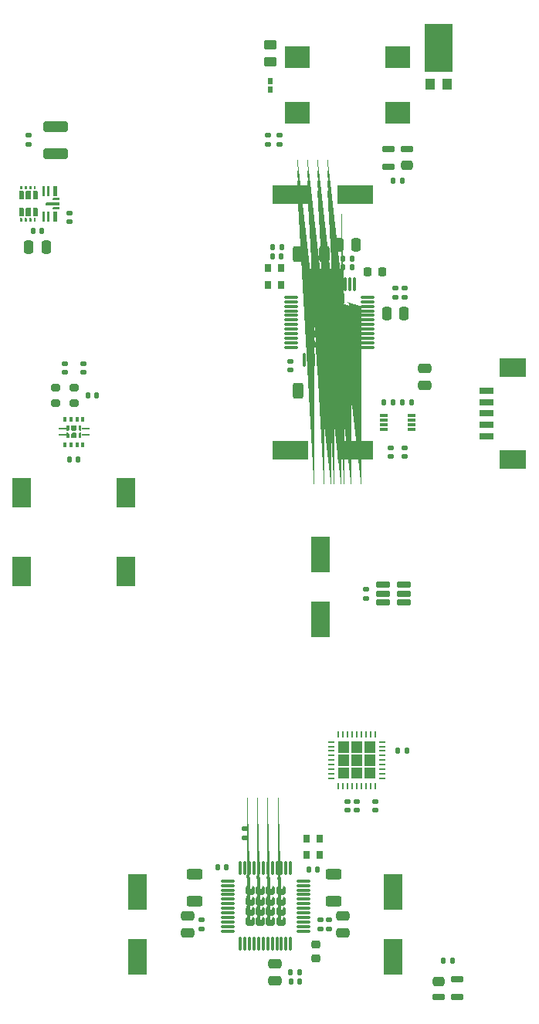
<source format=gtp>
G04 #@! TF.GenerationSoftware,KiCad,Pcbnew,7.0.11*
G04 #@! TF.CreationDate,2024-10-24T13:34:50-04:00*
G04 #@! TF.ProjectId,mouse-joystick-pcb,6d6f7573-652d-46a6-9f79-737469636b2d,1.0*
G04 #@! TF.SameCoordinates,Original*
G04 #@! TF.FileFunction,Paste,Top*
G04 #@! TF.FilePolarity,Positive*
%FSLAX46Y46*%
G04 Gerber Fmt 4.6, Leading zero omitted, Abs format (unit mm)*
G04 Created by KiCad (PCBNEW 7.0.11) date 2024-10-24 13:34:50*
%MOMM*%
%LPD*%
G01*
G04 APERTURE LIST*
G04 Aperture macros list*
%AMRoundRect*
0 Rectangle with rounded corners*
0 $1 Rounding radius*
0 $2 $3 $4 $5 $6 $7 $8 $9 X,Y pos of 4 corners*
0 Add a 4 corners polygon primitive as box body*
4,1,4,$2,$3,$4,$5,$6,$7,$8,$9,$2,$3,0*
0 Add four circle primitives for the rounded corners*
1,1,$1+$1,$2,$3*
1,1,$1+$1,$4,$5*
1,1,$1+$1,$6,$7*
1,1,$1+$1,$8,$9*
0 Add four rect primitives between the rounded corners*
20,1,$1+$1,$2,$3,$4,$5,0*
20,1,$1+$1,$4,$5,$6,$7,0*
20,1,$1+$1,$6,$7,$8,$9,0*
20,1,$1+$1,$8,$9,$2,$3,0*%
%AMFreePoly0*
4,1,57,0.310454,0.500914,0.314650,0.501215,0.316895,0.499988,0.322751,0.499147,0.347130,0.483479,0.372568,0.469589,0.469589,0.372568,0.482119,0.355828,0.485300,0.353073,0.486021,0.350617,0.489565,0.345883,0.495723,0.317573,0.503891,0.289756,0.503891,-0.289756,0.500914,-0.310455,0.501215,-0.314651,0.499988,-0.316896,0.499147,-0.322751,0.483480,-0.347128,0.469589,-0.372568,
0.372568,-0.469589,0.355826,-0.482121,0.353073,-0.485300,0.350618,-0.486020,0.345883,-0.489566,0.317566,-0.495725,0.289756,-0.503891,-0.289756,-0.503891,-0.310455,-0.500914,-0.314651,-0.501215,-0.316896,-0.499988,-0.322751,-0.499147,-0.347128,-0.483480,-0.372568,-0.469589,-0.469589,-0.372568,-0.482121,-0.355826,-0.485300,-0.353073,-0.486020,-0.350618,-0.489566,-0.345883,-0.495725,-0.317566,
-0.503891,-0.289756,-0.503891,0.289756,-0.500914,0.310454,-0.501215,0.314650,-0.499988,0.316895,-0.499147,0.322751,-0.483479,0.347130,-0.469589,0.372568,-0.372568,0.469589,-0.355828,0.482119,-0.353073,0.485300,-0.350617,0.486021,-0.345883,0.489565,-0.317573,0.495723,-0.289756,0.503891,0.289756,0.503891,0.310454,0.500914,0.310454,0.500914,$1*%
G04 Aperture macros list end*
%ADD10RoundRect,0.060000X0.060000X0.315000X-0.060000X0.315000X-0.060000X-0.315000X0.060000X-0.315000X0*%
%ADD11RoundRect,0.060000X0.315000X-0.060000X0.315000X0.060000X-0.315000X0.060000X-0.315000X-0.060000X0*%
%ADD12RoundRect,0.250000X-0.475000X0.250000X-0.475000X-0.250000X0.475000X-0.250000X0.475000X0.250000X0*%
%ADD13RoundRect,0.250000X-0.450000X0.262500X-0.450000X-0.262500X0.450000X-0.262500X0.450000X0.262500X0*%
%ADD14FreePoly0,270.000000*%
%ADD15RoundRect,0.075000X-0.075000X0.662500X-0.075000X-0.662500X0.075000X-0.662500X0.075000X0.662500X0*%
%ADD16RoundRect,0.075000X-0.662500X0.075000X-0.662500X-0.075000X0.662500X-0.075000X0.662500X0.075000X0*%
%ADD17R,2.800000X2.400000*%
%ADD18RoundRect,0.140000X-0.170000X0.140000X-0.170000X-0.140000X0.170000X-0.140000X0.170000X0.140000X0*%
%ADD19RoundRect,0.150000X0.650000X0.150000X-0.650000X0.150000X-0.650000X-0.150000X0.650000X-0.150000X0*%
%ADD20RoundRect,0.140000X0.140000X0.170000X-0.140000X0.170000X-0.140000X-0.170000X0.140000X-0.170000X0*%
%ADD21RoundRect,0.135000X0.135000X0.185000X-0.135000X0.185000X-0.135000X-0.185000X0.135000X-0.185000X0*%
%ADD22RoundRect,0.225000X0.250000X-0.225000X0.250000X0.225000X-0.250000X0.225000X-0.250000X-0.225000X0*%
%ADD23RoundRect,0.140000X-0.140000X-0.170000X0.140000X-0.170000X0.140000X0.170000X-0.140000X0.170000X0*%
%ADD24RoundRect,0.135000X-0.185000X0.135000X-0.185000X-0.135000X0.185000X-0.135000X0.185000X0.135000X0*%
%ADD25RoundRect,0.247500X-0.402500X-0.247500X0.402500X-0.247500X0.402500X0.247500X-0.402500X0.247500X0*%
%ADD26RoundRect,0.090000X-0.560000X-0.210000X0.560000X-0.210000X0.560000X0.210000X-0.560000X0.210000X0*%
%ADD27RoundRect,0.250000X-0.250000X-0.475000X0.250000X-0.475000X0.250000X0.475000X-0.250000X0.475000X0*%
%ADD28RoundRect,0.250000X0.625000X-0.312500X0.625000X0.312500X-0.625000X0.312500X-0.625000X-0.312500X0*%
%ADD29RoundRect,0.250000X0.475000X-0.250000X0.475000X0.250000X-0.475000X0.250000X-0.475000X-0.250000X0*%
%ADD30RoundRect,0.250000X0.312500X0.625000X-0.312500X0.625000X-0.312500X-0.625000X0.312500X-0.625000X0*%
%ADD31RoundRect,0.225000X0.225000X0.250000X-0.225000X0.250000X-0.225000X-0.250000X0.225000X-0.250000X0*%
%ADD32RoundRect,0.135000X-0.135000X-0.185000X0.135000X-0.185000X0.135000X0.185000X-0.135000X0.185000X0*%
%ADD33R,3.098800X5.207000*%
%ADD34R,0.990600X1.143000*%
%ADD35RoundRect,0.140000X0.170000X-0.140000X0.170000X0.140000X-0.170000X0.140000X-0.170000X-0.140000X0*%
%ADD36RoundRect,0.200000X-0.275000X0.200000X-0.275000X-0.200000X0.275000X-0.200000X0.275000X0.200000X0*%
%ADD37R,2.000000X4.000000*%
%ADD38R,0.500000X0.700000*%
%ADD39RoundRect,0.135000X0.185000X-0.135000X0.185000X0.135000X-0.185000X0.135000X-0.185000X-0.135000X0*%
%ADD40R,4.000000X2.000000*%
%ADD41RoundRect,0.037500X-0.387500X-0.112500X0.387500X-0.112500X0.387500X0.112500X-0.387500X0.112500X0*%
%ADD42R,2.000000X3.200000*%
%ADD43RoundRect,0.250000X-1.100000X0.325000X-1.100000X-0.325000X1.100000X-0.325000X1.100000X0.325000X0*%
%ADD44R,0.800000X0.900000*%
%ADD45R,0.310000X0.600000*%
%ADD46R,0.825000X0.230000*%
%ADD47RoundRect,0.247500X0.402500X0.247500X-0.402500X0.247500X-0.402500X-0.247500X0.402500X-0.247500X0*%
%ADD48RoundRect,0.090000X0.560000X0.210000X-0.560000X0.210000X-0.560000X-0.210000X0.560000X-0.210000X0*%
%ADD49FreePoly0,0.000000*%
%ADD50RoundRect,0.075000X-0.662500X-0.075000X0.662500X-0.075000X0.662500X0.075000X-0.662500X0.075000X0*%
%ADD51RoundRect,0.075000X-0.075000X-0.662500X0.075000X-0.662500X0.075000X0.662500X-0.075000X0.662500X0*%
%ADD52R,3.000000X2.100000*%
%ADD53R,1.600000X0.800000*%
G04 APERTURE END LIST*
G36*
X111585000Y-125600000D02*
G01*
X110400000Y-125600000D01*
X110400000Y-124415000D01*
X111585000Y-124415000D01*
X111585000Y-125600000D01*
G37*
G36*
X113015000Y-125645000D02*
G01*
X111785000Y-125645000D01*
X111785000Y-124415000D01*
X113015000Y-124415000D01*
X113015000Y-125645000D01*
G37*
G36*
X114445000Y-125645000D02*
G01*
X113215000Y-125645000D01*
X113215000Y-124415000D01*
X114445000Y-124415000D01*
X114445000Y-125645000D01*
G37*
G36*
X111585000Y-124215000D02*
G01*
X110355000Y-124215000D01*
X110355000Y-122985000D01*
X111585000Y-122985000D01*
X111585000Y-124215000D01*
G37*
G36*
X113015000Y-124215000D02*
G01*
X111785000Y-124215000D01*
X111785000Y-122985000D01*
X113015000Y-122985000D01*
X113015000Y-124215000D01*
G37*
G36*
X114445000Y-124215000D02*
G01*
X113215000Y-124215000D01*
X113215000Y-122985000D01*
X114445000Y-122985000D01*
X114445000Y-124215000D01*
G37*
G36*
X111585000Y-122785000D02*
G01*
X110355000Y-122785000D01*
X110355000Y-121555000D01*
X111585000Y-121555000D01*
X111585000Y-122785000D01*
G37*
G36*
X113015000Y-122785000D02*
G01*
X111785000Y-122785000D01*
X111785000Y-121555000D01*
X113015000Y-121555000D01*
X113015000Y-122785000D01*
G37*
G36*
X114445000Y-122785000D02*
G01*
X113215000Y-122785000D01*
X113215000Y-121555000D01*
X114445000Y-121555000D01*
X114445000Y-122785000D01*
G37*
G36*
X79549500Y-60700001D02*
G01*
X79549500Y-61699999D01*
X79499500Y-61749999D01*
X79224500Y-61749999D01*
X79174500Y-61699999D01*
X79174500Y-60700001D01*
X79224500Y-60649999D01*
X79499500Y-60649999D01*
X79549500Y-60700001D01*
G37*
G36*
X78675001Y-60700001D02*
G01*
X78675001Y-61699999D01*
X78624999Y-61749999D01*
X78474999Y-61749999D01*
X78424999Y-61699999D01*
X78424999Y-60700001D01*
X78474999Y-60649999D01*
X78624999Y-60649999D01*
X78675001Y-60700001D01*
G37*
G36*
X77224999Y-60700499D02*
G01*
X77224999Y-60975500D01*
X77174999Y-61025500D01*
X77024999Y-61025500D01*
X76975000Y-60975500D01*
X76975000Y-60700499D01*
X77024999Y-60650499D01*
X77174999Y-60650499D01*
X77224999Y-60700499D01*
G37*
G36*
X76725000Y-60700499D02*
G01*
X76725000Y-60975500D01*
X76675000Y-61025500D01*
X76525000Y-61025500D01*
X76475001Y-60975500D01*
X76475001Y-60700499D01*
X76525000Y-60650499D01*
X76675000Y-60650499D01*
X76725000Y-60700499D01*
G37*
G36*
X76225001Y-60700499D02*
G01*
X76225001Y-60975500D01*
X76175001Y-61025500D01*
X76024999Y-61025500D01*
X75974999Y-60975500D01*
X75974999Y-60700499D01*
X76024999Y-60650499D01*
X76175001Y-60650499D01*
X76225001Y-60700499D01*
G37*
G36*
X75725000Y-60700499D02*
G01*
X75725000Y-60975500D01*
X75675000Y-61025500D01*
X75525000Y-61025500D01*
X75475000Y-60975500D01*
X75475000Y-60700499D01*
X75525000Y-60650499D01*
X75675000Y-60650499D01*
X75725000Y-60700499D01*
G37*
G36*
X77422499Y-61270000D02*
G01*
X77422499Y-62100001D01*
X77372499Y-62150001D01*
X76957499Y-62150001D01*
X76907499Y-62100001D01*
X76907499Y-61270000D01*
X76957499Y-61220000D01*
X77372499Y-61220000D01*
X77422499Y-61270000D01*
G37*
G36*
X76709999Y-61270000D02*
G01*
X76709999Y-62100001D01*
X76659999Y-62150001D01*
X76140000Y-62150001D01*
X76090000Y-62100001D01*
X76090000Y-61270000D01*
X76140000Y-61220000D01*
X76659999Y-61220000D01*
X76709999Y-61270000D01*
G37*
G36*
X75887501Y-61270000D02*
G01*
X75887501Y-62100001D01*
X75837501Y-62150001D01*
X75422501Y-62150001D01*
X75372501Y-62100001D01*
X75372501Y-61270000D01*
X75422501Y-61220000D01*
X75837501Y-61220000D01*
X75887501Y-61270000D01*
G37*
G36*
X78175000Y-60700001D02*
G01*
X78175000Y-61699999D01*
X78125000Y-61749999D01*
X77975000Y-61749999D01*
X77925000Y-61699999D01*
X77925000Y-60700001D01*
X77975000Y-60650001D01*
X78125000Y-60650001D01*
X78175000Y-60700001D01*
G37*
G36*
X79850000Y-62025000D02*
G01*
X79850000Y-62175000D01*
X79799998Y-62224999D01*
X79099999Y-62224999D01*
X79049999Y-62175000D01*
X79049999Y-62025000D01*
X79099999Y-61975000D01*
X79799998Y-61975000D01*
X79850000Y-62025000D01*
G37*
G36*
X79849500Y-62500000D02*
G01*
X79849500Y-62700000D01*
X79799500Y-62750000D01*
X78374499Y-62750000D01*
X78324499Y-62700000D01*
X78324499Y-62500000D01*
X78374499Y-62450000D01*
X79799500Y-62450000D01*
X79849500Y-62500000D01*
G37*
G36*
X76709999Y-63099999D02*
G01*
X76709999Y-63930000D01*
X76659999Y-63980000D01*
X76140000Y-63980000D01*
X76090000Y-63930000D01*
X76090000Y-63099999D01*
X76140000Y-63049999D01*
X76659999Y-63049999D01*
X76709999Y-63099999D01*
G37*
G36*
X79849998Y-63025000D02*
G01*
X79849998Y-63175000D01*
X79799998Y-63225000D01*
X79099999Y-63225000D01*
X79049999Y-63175000D01*
X79049999Y-63025000D01*
X79099999Y-62975001D01*
X79799998Y-62975001D01*
X79849998Y-63025000D01*
G37*
G36*
X78675001Y-63500001D02*
G01*
X78675001Y-64499999D01*
X78624999Y-64550001D01*
X78474999Y-64550001D01*
X78424999Y-64499999D01*
X78424999Y-63500001D01*
X78474999Y-63450001D01*
X78624999Y-63450001D01*
X78675001Y-63500001D01*
G37*
G36*
X78175000Y-63500001D02*
G01*
X78175000Y-64499999D01*
X78125000Y-64549999D01*
X77975000Y-64549999D01*
X77925000Y-64499999D01*
X77925000Y-63500001D01*
X77975000Y-63450001D01*
X78125000Y-63450001D01*
X78175000Y-63500001D01*
G37*
G36*
X77422499Y-63099999D02*
G01*
X77422499Y-63930000D01*
X77372499Y-63980000D01*
X76957499Y-63980000D01*
X76907499Y-63930000D01*
X76907499Y-63099999D01*
X76957499Y-63049999D01*
X77372499Y-63049999D01*
X77422499Y-63099999D01*
G37*
G36*
X75887501Y-63099999D02*
G01*
X75887501Y-63930000D01*
X75837501Y-63980000D01*
X75422501Y-63980000D01*
X75372501Y-63930000D01*
X75372501Y-63099999D01*
X75422501Y-63049999D01*
X75837501Y-63049999D01*
X75887501Y-63099999D01*
G37*
G36*
X77224999Y-64224500D02*
G01*
X77224999Y-64499501D01*
X77174999Y-64549501D01*
X77024999Y-64549501D01*
X76975000Y-64499501D01*
X76975000Y-64224500D01*
X77024999Y-64174500D01*
X77174999Y-64174500D01*
X77224999Y-64224500D01*
G37*
G36*
X76725000Y-64224500D02*
G01*
X76725000Y-64499501D01*
X76675000Y-64549501D01*
X76525000Y-64549501D01*
X76475001Y-64499501D01*
X76475001Y-64224500D01*
X76525000Y-64174500D01*
X76675000Y-64174500D01*
X76725000Y-64224500D01*
G37*
G36*
X76225001Y-64224500D02*
G01*
X76225001Y-64499501D01*
X76175001Y-64549501D01*
X76024999Y-64549501D01*
X75974999Y-64499501D01*
X75974999Y-64224500D01*
X76024999Y-64174500D01*
X76175001Y-64174500D01*
X76225001Y-64224500D01*
G37*
G36*
X75725000Y-64224500D02*
G01*
X75725000Y-64499501D01*
X75675000Y-64549501D01*
X75525000Y-64549501D01*
X75475000Y-64499501D01*
X75475000Y-64224500D01*
X75525000Y-64174500D01*
X75675000Y-64174500D01*
X75725000Y-64224500D01*
G37*
G36*
X79549500Y-63500001D02*
G01*
X79549500Y-64499999D01*
X79499500Y-64550001D01*
X79224500Y-64550001D01*
X79174500Y-64499999D01*
X79174500Y-63500001D01*
X79224500Y-63450001D01*
X79499500Y-63450001D01*
X79549500Y-63500001D01*
G37*
G36*
X82200070Y-87500000D02*
G01*
X82035121Y-87500000D01*
X81893700Y-87358579D01*
X81893700Y-86924930D01*
X82200070Y-86924930D01*
X82200070Y-87500000D01*
G37*
G36*
X80906300Y-87358579D02*
G01*
X80764879Y-87500000D01*
X80599930Y-87500000D01*
X80599930Y-86924930D01*
X80906300Y-86924930D01*
X80906300Y-87358579D01*
G37*
G36*
X82200070Y-88275070D02*
G01*
X81893700Y-88275070D01*
X81893700Y-87841421D01*
X82035121Y-87700000D01*
X82200070Y-87700000D01*
X82200070Y-88275070D01*
G37*
G36*
X80906300Y-87841421D02*
G01*
X80906300Y-88275070D01*
X80599930Y-88275070D01*
X80599930Y-87700000D01*
X80764879Y-87700000D01*
X80906300Y-87841421D01*
G37*
G36*
X81693700Y-87358579D02*
G01*
X81552279Y-87500000D01*
X81247721Y-87500000D01*
X81106300Y-87358579D01*
X81106300Y-86924930D01*
X81693700Y-86924930D01*
X81693700Y-87358579D01*
G37*
G36*
X81693700Y-87841421D02*
G01*
X81693700Y-88275070D01*
X81106300Y-88275070D01*
X81106300Y-87841421D01*
X81247721Y-87700000D01*
X81552279Y-87700000D01*
X81693700Y-87841421D01*
G37*
D10*
X110400000Y-126425000D03*
X110900000Y-126425000D03*
X111400000Y-126425000D03*
X111900000Y-126425000D03*
X112400000Y-126425000D03*
X112900000Y-126425000D03*
X113400000Y-126425000D03*
X113900000Y-126425000D03*
X114400000Y-126425000D03*
D11*
X115225000Y-125600000D03*
X115225000Y-125100000D03*
X115225000Y-124600000D03*
X115225000Y-124100000D03*
X115225000Y-123600000D03*
X115225000Y-123100000D03*
X115225000Y-122600000D03*
X115225000Y-122100000D03*
X115225000Y-121600000D03*
D10*
X114400000Y-120775000D03*
X113900000Y-120775000D03*
X113400000Y-120775000D03*
X112900000Y-120775000D03*
X112400000Y-120775000D03*
X111900000Y-120775000D03*
X111400000Y-120775000D03*
X110900000Y-120775000D03*
X110400000Y-120775000D03*
D11*
X109575000Y-121600000D03*
X109575000Y-122100000D03*
X109575000Y-122600000D03*
X109575000Y-123100000D03*
X109575000Y-123600000D03*
X109575000Y-124100000D03*
X109575000Y-124600000D03*
X109575000Y-125100000D03*
X109575000Y-125600000D03*
D12*
X103400000Y-145900000D03*
X103400000Y-147800000D03*
D13*
X102900000Y-45187500D03*
X102900000Y-47012500D03*
D14*
X104087500Y-137912500D03*
X102962500Y-137912500D03*
X101837500Y-137912500D03*
X100712500Y-137912500D03*
X104087500Y-139037500D03*
X102962500Y-139037500D03*
X101837500Y-139037500D03*
X100712500Y-139037500D03*
X104087500Y-140162500D03*
X102962500Y-140162500D03*
X101837500Y-140162500D03*
X100712500Y-140162500D03*
X104087500Y-141287500D03*
X102962500Y-141287500D03*
X101837500Y-141287500D03*
X100712500Y-141287500D03*
D15*
X105150000Y-135437500D03*
X104650000Y-135437500D03*
X104150000Y-135437500D03*
X103650000Y-135437500D03*
X103150000Y-135437500D03*
X102650000Y-135437500D03*
X102150000Y-135437500D03*
X101650000Y-135437500D03*
X101150000Y-135437500D03*
X100650000Y-135437500D03*
X100150000Y-135437500D03*
X99650000Y-135437500D03*
D16*
X98237500Y-136850000D03*
X98237500Y-137350000D03*
X98237500Y-137850000D03*
X98237500Y-138350000D03*
X98237500Y-138850000D03*
X98237500Y-139350000D03*
X98237500Y-139850000D03*
X98237500Y-140350000D03*
X98237500Y-140850000D03*
X98237500Y-141350000D03*
X98237500Y-141850000D03*
X98237500Y-142350000D03*
D15*
X99650000Y-143762500D03*
X100150000Y-143762500D03*
X100650000Y-143762500D03*
X101150000Y-143762500D03*
X101650000Y-143762500D03*
X102150000Y-143762500D03*
X102650000Y-143762500D03*
X103150000Y-143762500D03*
X103650000Y-143762500D03*
X104150000Y-143762500D03*
X104650000Y-143762500D03*
X105150000Y-143762500D03*
D16*
X106562500Y-142350000D03*
X106562500Y-141850000D03*
X106562500Y-141350000D03*
X106562500Y-140850000D03*
X106562500Y-140350000D03*
X106562500Y-139850000D03*
X106562500Y-139350000D03*
X106562500Y-138850000D03*
X106562500Y-138350000D03*
X106562500Y-137850000D03*
X106562500Y-137350000D03*
X106562500Y-136850000D03*
D17*
X116900000Y-46550000D03*
X116900000Y-52650000D03*
X105900000Y-46550000D03*
X105900000Y-52650000D03*
D18*
X112400000Y-128120000D03*
X112400000Y-129080000D03*
D19*
X117550000Y-106300000D03*
X117550000Y-105350000D03*
X117550000Y-104400000D03*
X115250000Y-104400000D03*
X115250000Y-105350000D03*
X115250000Y-106300000D03*
D18*
X109400000Y-141120000D03*
X109400000Y-142080000D03*
D20*
X104130000Y-68350000D03*
X103170000Y-68350000D03*
D21*
X106160000Y-146850000D03*
X105140000Y-146850000D03*
D18*
X108400000Y-141120000D03*
X108400000Y-142080000D03*
X117650000Y-71870000D03*
X117650000Y-72830000D03*
D22*
X107900000Y-145375000D03*
X107900000Y-143825000D03*
D23*
X116420000Y-60100000D03*
X117380000Y-60100000D03*
D24*
X103900000Y-55090000D03*
X103900000Y-56110000D03*
D25*
X121375000Y-147835000D03*
D26*
X121375000Y-149560000D03*
X123425000Y-149560000D03*
X123425000Y-147640000D03*
D27*
X115700000Y-74600000D03*
X117600000Y-74600000D03*
X110450000Y-67100000D03*
X112350000Y-67100000D03*
D28*
X94650000Y-139062500D03*
X94650000Y-136137500D03*
D29*
X119900000Y-82550000D03*
X119900000Y-80650000D03*
D20*
X83880000Y-83600000D03*
X82920000Y-83600000D03*
D18*
X95400000Y-141120000D03*
X95400000Y-142080000D03*
D30*
X108862500Y-83100000D03*
X105937500Y-83100000D03*
D31*
X115175000Y-70100000D03*
X113625000Y-70100000D03*
D20*
X106130000Y-147850000D03*
X105170000Y-147850000D03*
D32*
X115390000Y-84350000D03*
X116410000Y-84350000D03*
D33*
X121400000Y-45545900D03*
D34*
X120479999Y-49533700D03*
X122320001Y-49533700D03*
D35*
X80900000Y-64580000D03*
X80900000Y-63620000D03*
D27*
X110450000Y-84100000D03*
X112350000Y-84100000D03*
D36*
X79400000Y-82775000D03*
X79400000Y-84425000D03*
D18*
X82400000Y-80120000D03*
X82400000Y-81080000D03*
D37*
X108400000Y-101050000D03*
X108400000Y-108150000D03*
D38*
X102900000Y-50050000D03*
X102900000Y-49150000D03*
D37*
X116400000Y-138050000D03*
X116400000Y-145150000D03*
D23*
X110920000Y-69600000D03*
X111880000Y-69600000D03*
D18*
X105150000Y-79870000D03*
X105150000Y-80830000D03*
X116150000Y-89370000D03*
X116150000Y-90330000D03*
D39*
X113400000Y-105860000D03*
X113400000Y-104840000D03*
D37*
X88400000Y-138050000D03*
X88400000Y-145150000D03*
D24*
X102650000Y-55090000D03*
X102650000Y-56110000D03*
D40*
X112200000Y-61600000D03*
X105100000Y-61600000D03*
D41*
X115350000Y-85850000D03*
X115350000Y-86350000D03*
X115350000Y-86850000D03*
X115350000Y-87350000D03*
X118450000Y-87350000D03*
X118450000Y-86850000D03*
X118450000Y-86350000D03*
X118450000Y-85850000D03*
D24*
X116650000Y-71840000D03*
X116650000Y-72860000D03*
D20*
X122880000Y-145600000D03*
X121920000Y-145600000D03*
D42*
X75700000Y-102950000D03*
X87100000Y-102950000D03*
X87100000Y-94250000D03*
X75700000Y-94250000D03*
D43*
X79400000Y-54125000D03*
X79400000Y-57075000D03*
D12*
X110900000Y-140650000D03*
X110900000Y-142550000D03*
D40*
X112200000Y-89600000D03*
X105100000Y-89600000D03*
D18*
X80400000Y-80120000D03*
X80400000Y-81080000D03*
D44*
X108375000Y-134025000D03*
X108375000Y-132175000D03*
X106925000Y-132175000D03*
X106925000Y-134025000D03*
D23*
X76920000Y-65600000D03*
X77880000Y-65600000D03*
D28*
X109900000Y-139062500D03*
X109900000Y-136137500D03*
D18*
X76400000Y-55120000D03*
X76400000Y-56080000D03*
X111400000Y-128120000D03*
X111400000Y-129080000D03*
D23*
X117420000Y-84350000D03*
X118380000Y-84350000D03*
D44*
X102675000Y-69675000D03*
X102675000Y-71525000D03*
X104125000Y-71525000D03*
X104125000Y-69675000D03*
D30*
X108862500Y-68100000D03*
X105937500Y-68100000D03*
D39*
X100150000Y-132110000D03*
X100150000Y-131090000D03*
D18*
X117650000Y-89370000D03*
X117650000Y-90330000D03*
D12*
X93900000Y-140650000D03*
X93900000Y-142550000D03*
D23*
X80920000Y-90600000D03*
X81880000Y-90600000D03*
X110920000Y-82600000D03*
X111880000Y-82600000D03*
X107170000Y-135600000D03*
X108130000Y-135600000D03*
D45*
X82375000Y-86200000D03*
X81725000Y-86200000D03*
X81075000Y-86200000D03*
X80425000Y-86200000D03*
X80425000Y-89000000D03*
X81075000Y-89000000D03*
X81725000Y-89000000D03*
X82375000Y-89000000D03*
D46*
X82687500Y-87275000D03*
X80112500Y-87275000D03*
X82687500Y-87925000D03*
X80112500Y-87925000D03*
D27*
X76450000Y-67350000D03*
X78350000Y-67350000D03*
D47*
X117925000Y-58365000D03*
D48*
X117925000Y-56640000D03*
X115875000Y-56640000D03*
X115875000Y-58560000D03*
D20*
X98130000Y-135350000D03*
X97170000Y-135350000D03*
D36*
X81400000Y-82775000D03*
X81400000Y-84425000D03*
D18*
X114400000Y-128120000D03*
X114400000Y-129080000D03*
D23*
X110920000Y-68600000D03*
X111880000Y-68600000D03*
D21*
X104160000Y-67350000D03*
X103140000Y-67350000D03*
D23*
X116920000Y-122600000D03*
X117880000Y-122600000D03*
D49*
X107712500Y-73912500D03*
X107712500Y-75037500D03*
X107712500Y-76162500D03*
X107712500Y-77287500D03*
X108837500Y-73912500D03*
X108837500Y-75037500D03*
X108837500Y-76162500D03*
X108837500Y-77287500D03*
X109962500Y-73912500D03*
X109962500Y-75037500D03*
X109962500Y-76162500D03*
X109962500Y-77287500D03*
X111087500Y-73912500D03*
X111087500Y-75037500D03*
X111087500Y-76162500D03*
X111087500Y-77287500D03*
D50*
X105237500Y-72850000D03*
X105237500Y-73350000D03*
X105237500Y-73850000D03*
X105237500Y-74350000D03*
X105237500Y-74850000D03*
X105237500Y-75350000D03*
X105237500Y-75850000D03*
X105237500Y-76350000D03*
X105237500Y-76850000D03*
X105237500Y-77350000D03*
X105237500Y-77850000D03*
X105237500Y-78350000D03*
D51*
X106650000Y-79762500D03*
X107150000Y-79762500D03*
X107650000Y-79762500D03*
X108150000Y-79762500D03*
X108650000Y-79762500D03*
X109150000Y-79762500D03*
X109650000Y-79762500D03*
X110150000Y-79762500D03*
X110650000Y-79762500D03*
X111150000Y-79762500D03*
X111650000Y-79762500D03*
X112150000Y-79762500D03*
D50*
X113562500Y-78350000D03*
X113562500Y-77850000D03*
X113562500Y-77350000D03*
X113562500Y-76850000D03*
X113562500Y-76350000D03*
X113562500Y-75850000D03*
X113562500Y-75350000D03*
X113562500Y-74850000D03*
X113562500Y-74350000D03*
X113562500Y-73850000D03*
X113562500Y-73350000D03*
X113562500Y-72850000D03*
D51*
X112150000Y-71437500D03*
X111650000Y-71437500D03*
X111150000Y-71437500D03*
X110650000Y-71437500D03*
X110150000Y-71437500D03*
X109650000Y-71437500D03*
X109150000Y-71437500D03*
X108650000Y-71437500D03*
X108150000Y-71437500D03*
X107650000Y-71437500D03*
X107150000Y-71437500D03*
X106650000Y-71437500D03*
D52*
X129500000Y-90650000D03*
X129500000Y-80550000D03*
D53*
X126600000Y-88100000D03*
X126600000Y-86850000D03*
X126600000Y-85600000D03*
X126600000Y-84350000D03*
X126600000Y-83100000D03*
M02*

</source>
